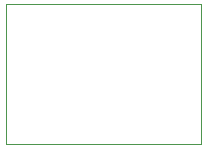
<source format=gbr>
%TF.GenerationSoftware,KiCad,Pcbnew,6.0.8*%
%TF.CreationDate,2022-11-02T10:42:09+03:00*%
%TF.ProjectId,esplog_hv,6573706c-6f67-45f6-9876-2e6b69636164,rev?*%
%TF.SameCoordinates,Original*%
%TF.FileFunction,Profile,NP*%
%FSLAX46Y46*%
G04 Gerber Fmt 4.6, Leading zero omitted, Abs format (unit mm)*
G04 Created by KiCad (PCBNEW 6.0.8) date 2022-11-02 10:42:09*
%MOMM*%
%LPD*%
G01*
G04 APERTURE LIST*
%TA.AperFunction,Profile*%
%ADD10C,0.100000*%
%TD*%
G04 APERTURE END LIST*
D10*
X82651600Y-53619400D02*
X99237800Y-53619400D01*
X99237800Y-53619400D02*
X99237800Y-65430400D01*
X99237800Y-65430400D02*
X82651600Y-65430400D01*
X82651600Y-65430400D02*
X82651600Y-53619400D01*
M02*

</source>
